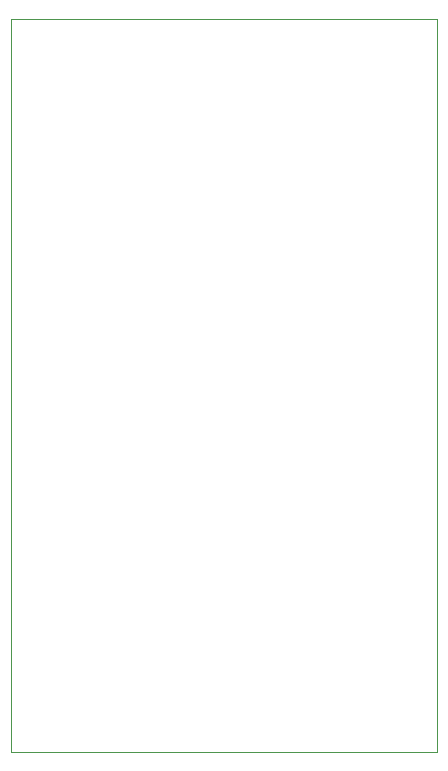
<source format=gbr>
%TF.GenerationSoftware,KiCad,Pcbnew,8.0.6*%
%TF.CreationDate,2024-11-14T14:47:25+01:00*%
%TF.ProjectId,TwinkleTron,5477696e-6b6c-4655-9472-6f6e2e6b6963,rev?*%
%TF.SameCoordinates,Original*%
%TF.FileFunction,Profile,NP*%
%FSLAX46Y46*%
G04 Gerber Fmt 4.6, Leading zero omitted, Abs format (unit mm)*
G04 Created by KiCad (PCBNEW 8.0.6) date 2024-11-14 14:47:25*
%MOMM*%
%LPD*%
G01*
G04 APERTURE LIST*
%TA.AperFunction,Profile*%
%ADD10C,0.100000*%
%TD*%
G04 APERTURE END LIST*
D10*
X50000Y-50000D02*
X36100000Y-50000D01*
X36100000Y-62150000D01*
X50000Y-62150000D01*
X50000Y-50000D01*
M02*

</source>
